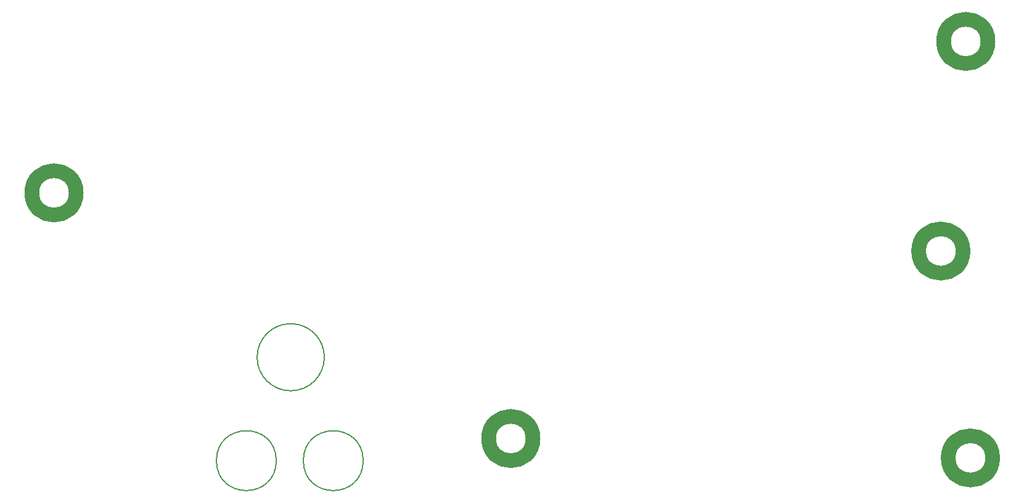
<source format=gbr>
G04 #@! TF.GenerationSoftware,KiCad,Pcbnew,(6.0.9)*
G04 #@! TF.CreationDate,2022-12-31T07:10:19+09:00*
G04 #@! TF.ProjectId,osso,6f73736f-2e6b-4696-9361-645f70636258,rev?*
G04 #@! TF.SameCoordinates,Original*
G04 #@! TF.FileFunction,Other,User*
%FSLAX46Y46*%
G04 Gerber Fmt 4.6, Leading zero omitted, Abs format (unit mm)*
G04 Created by KiCad (PCBNEW (6.0.9)) date 2022-12-31 07:10:19*
%MOMM*%
%LPD*%
G01*
G04 APERTURE LIST*
%ADD10C,2.032000*%
%ADD11C,0.127000*%
G04 APERTURE END LIST*
D10*
X89503100Y-97163850D02*
G75*
G03*
X89503100Y-97163850I-3048000J0D01*
G01*
X211296100Y-105164850D02*
G75*
G03*
X211296100Y-105164850I-3048000J0D01*
G01*
X214725100Y-76335850D02*
G75*
G03*
X214725100Y-76335850I-3048000J0D01*
G01*
X152241100Y-130945850D02*
G75*
G03*
X152241100Y-130945850I-3048000J0D01*
G01*
D11*
X123584906Y-119769850D02*
G75*
G03*
X123584906Y-119769850I-4617806J0D01*
G01*
X128918906Y-133993850D02*
G75*
G03*
X128918906Y-133993850I-4109806J0D01*
G01*
X116980906Y-133993850D02*
G75*
G03*
X116980906Y-133993850I-4109806J0D01*
G01*
D10*
X215360100Y-133612850D02*
G75*
G03*
X215360100Y-133612850I-3048000J0D01*
G01*
M02*

</source>
